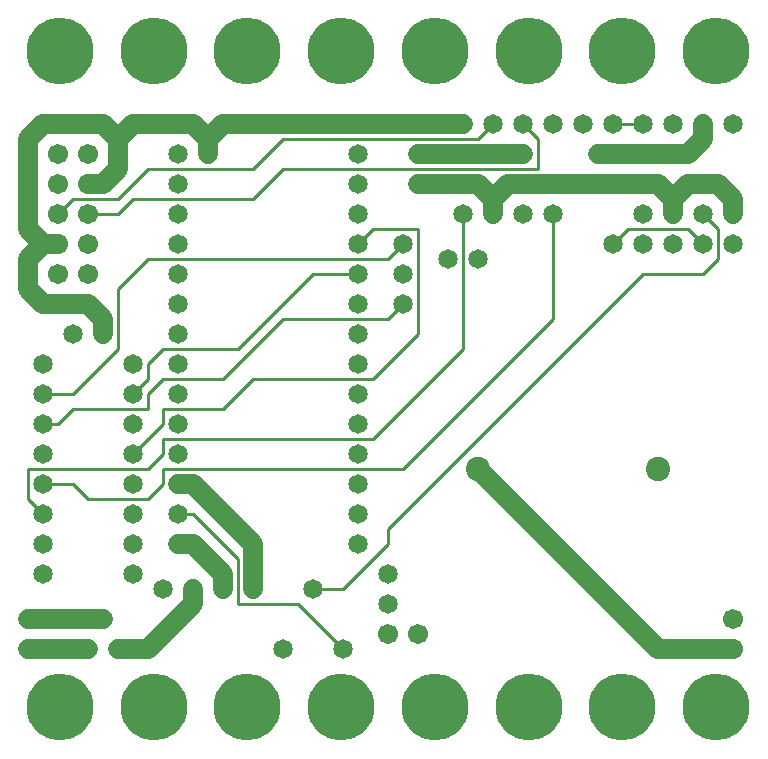
<source format=gbl>
%MOIN*%
%FSLAX25Y25*%
G04 D10 used for Character Trace; *
G04     Circle (OD=.01000) (No hole)*
G04 D11 used for Power Trace; *
G04     Circle (OD=.06500) (No hole)*
G04 D12 used for Signal Trace; *
G04     Circle (OD=.01100) (No hole)*
G04 D13 used for Via; *
G04     Circle (OD=.05800) (Round. Hole ID=.02800)*
G04 D14 used for Component hole; *
G04     Circle (OD=.06500) (Round. Hole ID=.03500)*
G04 D15 used for Component hole; *
G04     Circle (OD=.06700) (Round. Hole ID=.04300)*
G04 D16 used for Component hole; *
G04     Circle (OD=.08100) (Round. Hole ID=.05100)*
G04 D17 used for Component hole; *
G04     Circle (OD=.08900) (Round. Hole ID=.05900)*
G04 D18 used for Component hole; *
G04     Circle (OD=.11300) (Round. Hole ID=.08300)*
G04 D19 used for Component hole; *
G04     Circle (OD=.16000) (Round. Hole ID=.13000)*
G04 D20 used for Component hole; *
G04     Circle (OD=.18300) (Round. Hole ID=.15300)*
G04 D21 used for Component hole; *
G04     Circle (OD=.22291) (Round. Hole ID=.19291)*
%ADD10C,.01000*%
%ADD11C,.06500*%
%ADD12C,.01100*%
%ADD13C,.05800*%
%ADD14C,.06500*%
%ADD15C,.06700*%
%ADD16C,.08100*%
%ADD17C,.08900*%
%ADD18C,.11300*%
%ADD19C,.16000*%
%ADD20C,.18300*%
%ADD21C,.22291*%
%IPPOS*%
%LPD*%
G90*X0Y0D02*D21*X15625Y15625D03*D14*              
X35000Y35000D03*D11*X45000D01*X60000Y50000D01*    
Y55000D01*D14*D03*X70000D03*D11*Y60000D01*        
X60000Y70000D01*X55000D01*D14*D03*D12*            
X75000Y65000D02*X60000Y80000D01*X75000Y50000D02*  
Y65000D01*Y50000D02*X95000D01*X110000Y35000D01*   
D14*D03*X125000Y50000D03*D15*Y40000D03*D12*       
X100000Y55000D02*X110000D01*D14*X100000D03*D12*   
X110000D02*X125000Y70000D01*Y75000D01*            
X210000Y160000D01*X230000D01*X235000Y165000D01*   
Y175000D01*X230000Y180000D01*D14*D03*D12*         
Y170000D02*X225000Y175000D01*D14*                 
X230000Y170000D03*D12*X205000Y175000D02*          
X225000D01*X200000Y170000D02*X205000Y175000D01*   
D14*X200000Y170000D03*X210000Y180000D03*          
Y170000D03*D11*X220000Y185000D02*                 
X215000Y190000D01*X220000Y180000D02*Y185000D01*   
D14*Y180000D03*D11*Y185000D02*X225000Y190000D01*  
X235000D01*X240000Y185000D01*Y180000D01*D14*D03*  
Y170000D03*X220000D03*D11*X195000Y200000D02*      
X225000D01*D14*X195000D03*X200000Y210000D03*D12*  
X210000D01*D14*D03*X220000D03*D11*                
X225000Y200000D02*X230000Y205000D01*Y210000D01*   
D14*D03*X240000D03*D11*X195000Y190000D02*         
X215000D01*D14*X195000D03*D11*X165000D01*         
X160000Y185000D01*Y180000D01*D14*D03*D11*         
Y185000D02*X155000Y190000D01*X135000D01*D14*D03*  
Y200000D03*D11*X170000D01*D13*D03*D12*            
X90000Y195000D02*X175000D01*X80000Y185000D02*     
X90000Y195000D01*X40000Y185000D02*X80000D01*      
X35000Y180000D02*X40000Y185000D01*                
X25000Y180000D02*X35000D01*D15*X25000D03*D12*     
X15000D02*X20000Y185000D01*D15*X15000Y180000D03*  
D12*X20000Y185000D02*X35000D01*X45000Y195000D01*  
X80000D01*X90000Y205000D01*X155000D01*            
X160000Y210000D01*D14*D03*X170000D03*D12*         
X175000Y205000D01*Y195000D01*D14*                 
X190000Y210000D03*X180000D03*X170000Y180000D03*   
X180000D03*D12*Y145000D01*X130000Y95000D01*       
X50000D01*Y90000D01*X45000Y85000D01*X25000D01*    
X20000Y90000D01*X10000D01*D14*D03*D12*            
X5000Y85000D02*Y95000D01*X10000Y80000D02*         
X5000Y85000D01*D14*X10000Y80000D03*Y70000D03*D12* 
X5000Y95000D02*X45000D01*X50000Y100000D01*        
Y105000D01*X120000D01*X150000Y135000D01*          
Y180000D01*D14*D03*X145000Y165000D03*D12*         
X135000Y140000D02*Y175000D01*X120000Y125000D02*   
X135000Y140000D01*X80000Y125000D02*X120000D01*    
X70000Y115000D02*X80000Y125000D01*                
X50000Y115000D02*X70000D01*X50000Y110000D02*      
Y115000D01*X40000Y100000D02*X50000Y110000D01*D14* 
X40000Y100000D03*Y110000D03*Y90000D03*X55000D03*  
D11*X60000D01*X80000Y70000D01*Y55000D01*D14*D03*  
X90000Y35000D03*X55000Y80000D03*D12*X60000D01*D14*
X40000Y60000D03*Y80000D03*X55000Y100000D03*       
X40000Y70000D03*X50000Y55000D03*X55000Y110000D03* 
X30000Y45000D03*D11*X5000D01*D14*D03*Y35000D03*   
D11*X25000D01*D14*D03*D21*X46875Y15625D03*D14*    
X10000Y60000D03*D21*X78125Y15625D03*D14*          
X10000Y100000D03*D12*Y110000D02*X15000D01*D14*    
X10000D03*D12*X15000D02*X20000Y115000D01*         
X45000D01*Y120000D01*X50000Y125000D01*X70000D01*  
X90000Y145000D01*X125000D01*X130000Y150000D01*D14*
D03*Y160000D03*X115000D03*D12*X100000D01*         
X75000Y135000D01*X50000D01*X45000Y130000D01*      
Y125000D01*X40000Y120000D01*D14*D03*Y130000D03*   
X55000Y120000D03*D12*X20000D02*X35000Y135000D01*  
X10000Y120000D02*X20000D01*D14*X10000D03*         
Y130000D03*X30000Y140000D03*D11*Y145000D01*       
X25000Y150000D01*X10000D01*X5000Y155000D01*       
Y165000D01*X10000Y170000D01*X15000D01*D15*D03*D11*
X10000D02*X5000Y175000D01*Y205000D01*             
X10000Y210000D01*X30000D01*X35000Y205000D01*      
Y195000D01*X30000Y190000D01*X25000D01*D15*D03*    
X15000Y200000D03*X25000D03*X15000Y190000D03*D11*  
X35000Y205000D02*X40000Y210000D01*X60000D01*      
X65000Y205000D01*Y200000D01*D13*D03*D11*          
Y205000D02*X70000Y210000D01*X150000D01*D14*D03*   
D21*X171875Y234375D03*X140625D03*D12*             
X115000Y170000D02*X120000Y175000D01*D14*          
X115000Y170000D03*D12*X120000Y175000D02*          
X135000D01*D14*X130000Y170000D03*D12*             
X125000Y165000D01*X45000D01*X35000Y155000D01*     
Y135000D01*D14*X20000Y140000D03*X55000Y130000D03* 
Y140000D03*Y150000D03*Y160000D03*D15*X25000D03*   
X15000D03*D14*X55000Y170000D03*D15*X25000D03*D14* 
X55000Y180000D03*Y190000D03*Y200000D03*           
X115000Y70000D03*Y80000D03*Y90000D03*Y100000D03*  
Y110000D03*Y120000D03*Y130000D03*Y140000D03*      
Y150000D03*Y180000D03*Y190000D03*Y200000D03*      
X125000Y60000D03*D15*X135000Y40000D03*D21*        
X109375Y234375D03*X78125D03*X46875D03*X15625D03*  
D16*X155000Y95000D03*D11*X215000Y35000D01*        
X240000D01*D15*D03*Y45000D03*D21*X234375Y15625D03*
X203125D03*D16*X215000Y95000D03*D21*              
X171875Y15625D03*X140625D03*X109375D03*D14*       
X155000Y165000D03*D21*X234375Y234375D03*          
X203125D03*M02*                                   

</source>
